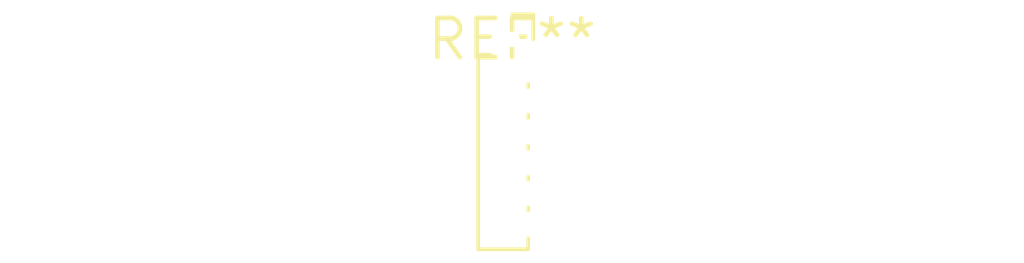
<source format=kicad_pcb>
(kicad_pcb (version 20240108) (generator pcbnew)
  (layers (0 "F.Cu" signal) (31 "B.Cu" signal) (34 "B.Paste" user) (35 "F.Paste" user) (36 "B.SilkS" user "B.Silkscreen") (37 "F.SilkS" user "F.Silkscreen") (38 "B.Mask" user) (39 "F.Mask" user) (44 "Edge.Cuts" user))
  (net 0 "")
  (footprint "PinSocket_1x07_P1.00mm_Vertical" (layer "F.Cu") (at 0 0)
    (property "Reference" "REF**")
    (property "Value" "PinSocket_1x07_P1.00mm_Vertical")
    (fp_line (start -1.1 0.5) (end -1.1 6.81) (layer "F.SilkS") (stroke (width 0.12)))
    (fp_line (start -1.1 0.5) (end -0.685 0.5) (layer "F.SilkS") (stroke (width 0.12)))
    (fp_line (start -1.1 6.81) (end 0.52 6.81) (layer "F.SilkS") (stroke (width 0.12)))
    (fp_line (start 0 -0.81) (end 0.685 -0.81) (layer "F.SilkS") (stroke (width 0.12)))
    (fp_line (start 0.52 1.445898) (end 0.52 1.554102) (layer "F.SilkS") (stroke (width 0.12)))
    (fp_line (start 0.52 2.445898) (end 0.52 2.554102) (layer "F.SilkS") (stroke (width 0.12)))
    (fp_line (start 0.52 3.445898) (end 0.52 3.554102) (layer "F.SilkS") (stroke (width 0.12)))
    (fp_line (start 0.52 4.445898) (end 0.52 4.554102) (layer "F.SilkS") (stroke (width 0.12)))
    (fp_line (start 0.52 5.445898) (end 0.52 5.554102) (layer "F.SilkS") (stroke (width 0.12)))
    (fp_line (start 0.52 6.445898) (end 0.52 6.81) (layer "F.SilkS") (stroke (width 0.12)))
    (fp_line (start 0.685 -0.81) (end 0.685 0) (layer "F.SilkS") (stroke (width 0.12)))
    (pad "1" thru_hole rect (at 0 0) (size 0.85 0.85) (drill 0.5) (layers *.Cu *.Mask) (remove_unused_layers))
    (pad "2" thru_hole oval (at 0 1) (size 0.85 0.85) (drill 0.5) (layers *.Cu *.Mask) (remove_unused_layers))
    (pad "3" thru_hole oval (at 0 2) (size 0.85 0.85) (drill 0.5) (layers *.Cu *.Mask) (remove_unused_layers))
    (pad "4" thru_hole oval (at 0 3) (size 0.85 0.85) (drill 0.5) (layers *.Cu *.Mask) (remove_unused_layers))
    (pad "5" thru_hole oval (at 0 4) (size 0.85 0.85) (drill 0.5) (layers *.Cu *.Mask) (remove_unused_layers))
    (pad "6" thru_hole oval (at 0 5) (size 0.85 0.85) (drill 0.5) (layers *.Cu *.Mask) (remove_unused_layers))
    (pad "7" thru_hole oval (at 0 6) (size 0.85 0.85) (drill 0.5) (layers *.Cu *.Mask) (remove_unused_layers))
  )
)
</source>
